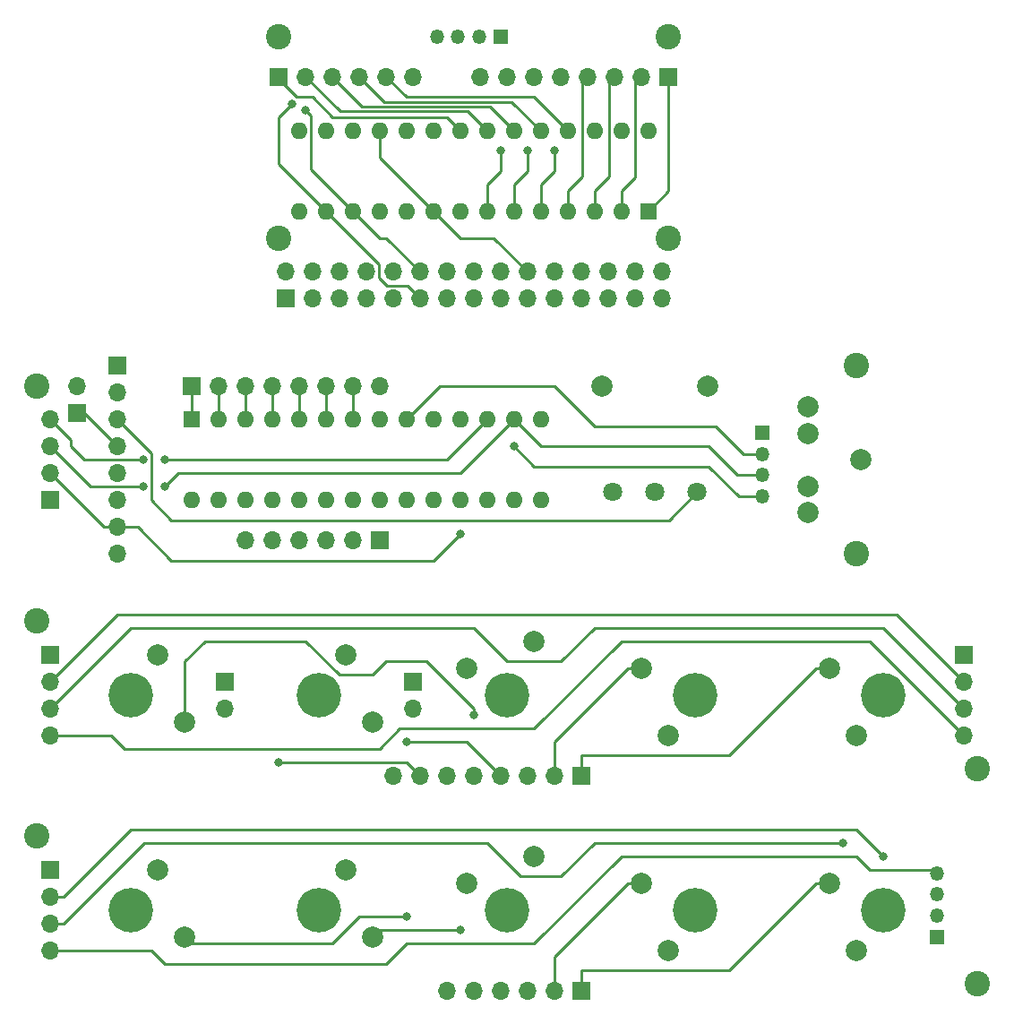
<source format=gtl>
G04 #@! TF.GenerationSoftware,KiCad,Pcbnew,(5.1.8)-1*
G04 #@! TF.CreationDate,2021-10-10T22:10:11+09:00*
G04 #@! TF.ProjectId,windsynth,77696e64-7379-46e7-9468-2e6b69636164,rev?*
G04 #@! TF.SameCoordinates,Original*
G04 #@! TF.FileFunction,Copper,L1,Top*
G04 #@! TF.FilePolarity,Positive*
%FSLAX46Y46*%
G04 Gerber Fmt 4.6, Leading zero omitted, Abs format (unit mm)*
G04 Created by KiCad (PCBNEW (5.1.8)-1) date 2021-10-10 22:10:11*
%MOMM*%
%LPD*%
G01*
G04 APERTURE LIST*
G04 #@! TA.AperFunction,ComponentPad*
%ADD10R,1.700000X1.700000*%
G04 #@! TD*
G04 #@! TA.AperFunction,ComponentPad*
%ADD11O,1.700000X1.700000*%
G04 #@! TD*
G04 #@! TA.AperFunction,ComponentPad*
%ADD12C,2.000000*%
G04 #@! TD*
G04 #@! TA.AperFunction,ComponentPad*
%ADD13C,4.200000*%
G04 #@! TD*
G04 #@! TA.AperFunction,ComponentPad*
%ADD14R,1.600000X1.600000*%
G04 #@! TD*
G04 #@! TA.AperFunction,ComponentPad*
%ADD15O,1.600000X1.600000*%
G04 #@! TD*
G04 #@! TA.AperFunction,ComponentPad*
%ADD16C,1.800000*%
G04 #@! TD*
G04 #@! TA.AperFunction,ComponentPad*
%ADD17O,1.350000X1.350000*%
G04 #@! TD*
G04 #@! TA.AperFunction,ComponentPad*
%ADD18R,1.350000X1.350000*%
G04 #@! TD*
G04 #@! TA.AperFunction,ViaPad*
%ADD19C,2.400000*%
G04 #@! TD*
G04 #@! TA.AperFunction,ViaPad*
%ADD20C,0.800000*%
G04 #@! TD*
G04 #@! TA.AperFunction,Conductor*
%ADD21C,0.250000*%
G04 #@! TD*
G04 APERTURE END LIST*
D10*
G04 #@! TO.P,J10,1*
G04 #@! TO.N,GND2*
X114935000Y-75565000D03*
D11*
G04 #@! TO.P,J10,2*
G04 #@! TO.N,Net-(J10-Pad2)*
X114935000Y-78105000D03*
G04 #@! TO.P,J10,3*
G04 #@! TO.N,Net-(J10-Pad3)*
X114935000Y-80645000D03*
G04 #@! TO.P,J10,4*
G04 #@! TO.N,Net-(J10-Pad4)*
X114935000Y-83185000D03*
G04 #@! TO.P,J10,5*
G04 #@! TO.N,Net-(J10-Pad5)*
X114935000Y-85725000D03*
G04 #@! TO.P,J10,6*
G04 #@! TO.N,Net-(J10-Pad6)*
X114935000Y-88265000D03*
G04 #@! TO.P,J10,7*
G04 #@! TO.N,+3V3*
X114935000Y-90805000D03*
G04 #@! TO.P,J10,8*
G04 #@! TO.N,Net-(J10-Pad8)*
X114935000Y-93345000D03*
G04 #@! TD*
D12*
G04 #@! TO.P,SW1,1*
G04 #@! TO.N,GND*
X184785000Y-130810000D03*
G04 #@! TO.P,SW1,2*
G04 #@! TO.N,Net-(J3-Pad1)*
X182245000Y-124460000D03*
D13*
G04 #@! TO.P,SW1,3*
G04 #@! TO.N,N/C*
X187325000Y-127000000D03*
G04 #@! TD*
D12*
G04 #@! TO.P,SW2,1*
G04 #@! TO.N,GND*
X167005000Y-130810000D03*
G04 #@! TO.P,SW2,2*
G04 #@! TO.N,Net-(J3-Pad2)*
X164465000Y-124460000D03*
D13*
G04 #@! TO.P,SW2,3*
G04 #@! TO.N,N/C*
X169545000Y-127000000D03*
G04 #@! TD*
G04 #@! TO.P,SW3,3*
G04 #@! TO.N,N/C*
X151765000Y-127000000D03*
D12*
G04 #@! TO.P,SW3,2*
G04 #@! TO.N,Net-(J3-Pad3)*
X154305000Y-121920000D03*
G04 #@! TO.P,SW3,1*
G04 #@! TO.N,GND*
X147955000Y-124460000D03*
G04 #@! TD*
G04 #@! TO.P,SW4,1*
G04 #@! TO.N,GND*
X136525000Y-123190000D03*
G04 #@! TO.P,SW4,2*
G04 #@! TO.N,Net-(J3-Pad4)*
X139065000Y-129540000D03*
D13*
G04 #@! TO.P,SW4,3*
G04 #@! TO.N,N/C*
X133985000Y-127000000D03*
G04 #@! TD*
G04 #@! TO.P,SW5,3*
G04 #@! TO.N,N/C*
X116205000Y-127000000D03*
D12*
G04 #@! TO.P,SW5,2*
G04 #@! TO.N,Net-(J3-Pad5)*
X121285000Y-129540000D03*
G04 #@! TO.P,SW5,1*
G04 #@! TO.N,GND*
X118745000Y-123190000D03*
G04 #@! TD*
G04 #@! TO.P,SW6,1*
G04 #@! TO.N,GND1*
X184785000Y-110490000D03*
G04 #@! TO.P,SW6,2*
G04 #@! TO.N,Net-(J6-Pad1)*
X182245000Y-104140000D03*
D13*
G04 #@! TO.P,SW6,3*
G04 #@! TO.N,N/C*
X187325000Y-106680000D03*
G04 #@! TD*
G04 #@! TO.P,SW7,3*
G04 #@! TO.N,N/C*
X169545000Y-106680000D03*
D12*
G04 #@! TO.P,SW7,2*
G04 #@! TO.N,Net-(J6-Pad2)*
X164465000Y-104140000D03*
G04 #@! TO.P,SW7,1*
G04 #@! TO.N,GND1*
X167005000Y-110490000D03*
G04 #@! TD*
G04 #@! TO.P,SW8,1*
G04 #@! TO.N,GND1*
X147955000Y-104140000D03*
G04 #@! TO.P,SW8,2*
G04 #@! TO.N,Net-(J6-Pad3)*
X154305000Y-101600000D03*
D13*
G04 #@! TO.P,SW8,3*
G04 #@! TO.N,N/C*
X151765000Y-106680000D03*
G04 #@! TD*
G04 #@! TO.P,SW9,3*
G04 #@! TO.N,N/C*
X133985000Y-106680000D03*
D12*
G04 #@! TO.P,SW9,2*
G04 #@! TO.N,Net-(J6-Pad4)*
X139065000Y-109220000D03*
G04 #@! TO.P,SW9,1*
G04 #@! TO.N,GND1*
X136525000Y-102870000D03*
G04 #@! TD*
G04 #@! TO.P,SW10,1*
G04 #@! TO.N,GND1*
X118745000Y-102870000D03*
G04 #@! TO.P,SW10,2*
G04 #@! TO.N,Net-(J6-Pad5)*
X121285000Y-109220000D03*
D13*
G04 #@! TO.P,SW10,3*
G04 #@! TO.N,N/C*
X116205000Y-106680000D03*
G04 #@! TD*
D14*
G04 #@! TO.P,U1,1*
G04 #@! TO.N,Net-(J9-Pad1)*
X121920000Y-80645000D03*
D15*
G04 #@! TO.P,U1,15*
G04 #@! TO.N,GND2*
X154940000Y-88265000D03*
G04 #@! TO.P,U1,2*
G04 #@! TO.N,Net-(J9-Pad2)*
X124460000Y-80645000D03*
G04 #@! TO.P,U1,16*
G04 #@! TO.N,GND2*
X152400000Y-88265000D03*
G04 #@! TO.P,U1,3*
G04 #@! TO.N,Net-(J9-Pad3)*
X127000000Y-80645000D03*
G04 #@! TO.P,U1,17*
G04 #@! TO.N,GND2*
X149860000Y-88265000D03*
G04 #@! TO.P,U1,4*
G04 #@! TO.N,Net-(J9-Pad4)*
X129540000Y-80645000D03*
G04 #@! TO.P,U1,18*
G04 #@! TO.N,+3V3*
X147320000Y-88265000D03*
G04 #@! TO.P,U1,5*
G04 #@! TO.N,Net-(J9-Pad5)*
X132080000Y-80645000D03*
G04 #@! TO.P,U1,19*
G04 #@! TO.N,Net-(U1-Pad19)*
X144780000Y-88265000D03*
G04 #@! TO.P,U1,6*
G04 #@! TO.N,Net-(J9-Pad6)*
X134620000Y-80645000D03*
G04 #@! TO.P,U1,20*
G04 #@! TO.N,Net-(U1-Pad20)*
X142240000Y-88265000D03*
G04 #@! TO.P,U1,7*
G04 #@! TO.N,Net-(J9-Pad7)*
X137160000Y-80645000D03*
G04 #@! TO.P,U1,21*
G04 #@! TO.N,Net-(J11-Pad1)*
X139700000Y-88265000D03*
G04 #@! TO.P,U1,8*
G04 #@! TO.N,Net-(U1-Pad8)*
X139700000Y-80645000D03*
G04 #@! TO.P,U1,22*
G04 #@! TO.N,Net-(J11-Pad2)*
X137160000Y-88265000D03*
G04 #@! TO.P,U1,9*
G04 #@! TO.N,+3V3*
X142240000Y-80645000D03*
G04 #@! TO.P,U1,23*
G04 #@! TO.N,Net-(J11-Pad3)*
X134620000Y-88265000D03*
G04 #@! TO.P,U1,10*
G04 #@! TO.N,GND2*
X144780000Y-80645000D03*
G04 #@! TO.P,U1,24*
G04 #@! TO.N,Net-(J11-Pad4)*
X132080000Y-88265000D03*
G04 #@! TO.P,U1,11*
G04 #@! TO.N,Net-(U1-Pad11)*
X147320000Y-80645000D03*
G04 #@! TO.P,U1,25*
G04 #@! TO.N,Net-(J11-Pad5)*
X129540000Y-88265000D03*
G04 #@! TO.P,U1,12*
G04 #@! TO.N,Net-(J7-Pad4)*
X149860000Y-80645000D03*
G04 #@! TO.P,U1,26*
G04 #@! TO.N,Net-(U1-Pad26)*
X127000000Y-88265000D03*
G04 #@! TO.P,U1,13*
G04 #@! TO.N,Net-(J7-Pad3)*
X152400000Y-80645000D03*
G04 #@! TO.P,U1,27*
G04 #@! TO.N,Net-(U1-Pad27)*
X124460000Y-88265000D03*
G04 #@! TO.P,U1,14*
G04 #@! TO.N,Net-(U1-Pad14)*
X154940000Y-80645000D03*
G04 #@! TO.P,U1,28*
G04 #@! TO.N,Net-(U1-Pad28)*
X121920000Y-88265000D03*
G04 #@! TD*
D12*
G04 #@! TO.P,RV1,*
G04 #@! TO.N,*
X160735000Y-77510000D03*
D16*
G04 #@! TO.P,RV1,3*
G04 #@! TO.N,GND2*
X161735000Y-87510000D03*
G04 #@! TO.P,RV1,2*
G04 #@! TO.N,Net-(J12-Pad2)*
X165735000Y-87510000D03*
G04 #@! TO.P,RV1,1*
G04 #@! TO.N,Net-(J10-Pad3)*
X169735000Y-87510000D03*
D12*
G04 #@! TO.P,RV1,*
G04 #@! TO.N,*
X170735000Y-77510000D03*
G04 #@! TD*
D11*
G04 #@! TO.P,SW11,2*
G04 #@! TO.N,Net-(J6-Pad6)*
X142875000Y-107950000D03*
D10*
G04 #@! TO.P,SW11,1*
G04 #@! TO.N,GND1*
X142875000Y-105410000D03*
G04 #@! TD*
G04 #@! TO.P,SW12,1*
G04 #@! TO.N,GND1*
X125095000Y-105410000D03*
D11*
G04 #@! TO.P,SW12,2*
G04 #@! TO.N,Net-(J6-Pad7)*
X125095000Y-107950000D03*
G04 #@! TD*
D17*
G04 #@! TO.P,J1,4*
G04 #@! TO.N,Net-(J1-Pad4)*
X192405000Y-123540000D03*
G04 #@! TO.P,J1,3*
G04 #@! TO.N,Net-(J1-Pad3)*
X192405000Y-125540000D03*
G04 #@! TO.P,J1,2*
G04 #@! TO.N,Net-(J1-Pad2)*
X192405000Y-127540000D03*
D18*
G04 #@! TO.P,J1,1*
G04 #@! TO.N,GND*
X192405000Y-129540000D03*
G04 #@! TD*
G04 #@! TO.P,J8,1*
G04 #@! TO.N,GND2*
X175895000Y-81915000D03*
D17*
G04 #@! TO.P,J8,2*
G04 #@! TO.N,+3V3*
X175895000Y-83915000D03*
G04 #@! TO.P,J8,3*
G04 #@! TO.N,Net-(J7-Pad3)*
X175895000Y-85915000D03*
G04 #@! TO.P,J8,4*
G04 #@! TO.N,Net-(J7-Pad4)*
X175895000Y-87915000D03*
G04 #@! TD*
D10*
G04 #@! TO.P,J2,1*
G04 #@! TO.N,GND*
X108585000Y-123190000D03*
D11*
G04 #@! TO.P,J2,2*
G04 #@! TO.N,Net-(J1-Pad2)*
X108585000Y-125730000D03*
G04 #@! TO.P,J2,3*
G04 #@! TO.N,Net-(J1-Pad3)*
X108585000Y-128270000D03*
G04 #@! TO.P,J2,4*
G04 #@! TO.N,Net-(J1-Pad4)*
X108585000Y-130810000D03*
G04 #@! TD*
G04 #@! TO.P,J3,6*
G04 #@! TO.N,GND*
X146050000Y-134620000D03*
G04 #@! TO.P,J3,5*
G04 #@! TO.N,Net-(J3-Pad5)*
X148590000Y-134620000D03*
G04 #@! TO.P,J3,4*
G04 #@! TO.N,Net-(J3-Pad4)*
X151130000Y-134620000D03*
G04 #@! TO.P,J3,3*
G04 #@! TO.N,Net-(J3-Pad3)*
X153670000Y-134620000D03*
G04 #@! TO.P,J3,2*
G04 #@! TO.N,Net-(J3-Pad2)*
X156210000Y-134620000D03*
D10*
G04 #@! TO.P,J3,1*
G04 #@! TO.N,Net-(J3-Pad1)*
X158750000Y-134620000D03*
G04 #@! TD*
D11*
G04 #@! TO.P,J4,4*
G04 #@! TO.N,Net-(J4-Pad4)*
X194945000Y-110490000D03*
G04 #@! TO.P,J4,3*
G04 #@! TO.N,Net-(J4-Pad3)*
X194945000Y-107950000D03*
G04 #@! TO.P,J4,2*
G04 #@! TO.N,Net-(J4-Pad2)*
X194945000Y-105410000D03*
D10*
G04 #@! TO.P,J4,1*
G04 #@! TO.N,GND1*
X194945000Y-102870000D03*
G04 #@! TD*
G04 #@! TO.P,J5,1*
G04 #@! TO.N,GND1*
X108585000Y-102870000D03*
D11*
G04 #@! TO.P,J5,2*
G04 #@! TO.N,Net-(J4-Pad2)*
X108585000Y-105410000D03*
G04 #@! TO.P,J5,3*
G04 #@! TO.N,Net-(J4-Pad3)*
X108585000Y-107950000D03*
G04 #@! TO.P,J5,4*
G04 #@! TO.N,Net-(J4-Pad4)*
X108585000Y-110490000D03*
G04 #@! TD*
D10*
G04 #@! TO.P,J6,1*
G04 #@! TO.N,Net-(J6-Pad1)*
X158750000Y-114300000D03*
D11*
G04 #@! TO.P,J6,2*
G04 #@! TO.N,Net-(J6-Pad2)*
X156210000Y-114300000D03*
G04 #@! TO.P,J6,3*
G04 #@! TO.N,Net-(J6-Pad3)*
X153670000Y-114300000D03*
G04 #@! TO.P,J6,4*
G04 #@! TO.N,Net-(J6-Pad4)*
X151130000Y-114300000D03*
G04 #@! TO.P,J6,5*
G04 #@! TO.N,Net-(J6-Pad5)*
X148590000Y-114300000D03*
G04 #@! TO.P,J6,6*
G04 #@! TO.N,Net-(J6-Pad6)*
X146050000Y-114300000D03*
G04 #@! TO.P,J6,7*
G04 #@! TO.N,Net-(J6-Pad7)*
X143510000Y-114300000D03*
G04 #@! TO.P,J6,8*
G04 #@! TO.N,GND1*
X140970000Y-114300000D03*
G04 #@! TD*
G04 #@! TO.P,J7,4*
G04 #@! TO.N,Net-(J7-Pad4)*
X108585000Y-80645000D03*
G04 #@! TO.P,J7,3*
G04 #@! TO.N,Net-(J7-Pad3)*
X108585000Y-83185000D03*
G04 #@! TO.P,J7,2*
G04 #@! TO.N,+3V3*
X108585000Y-85725000D03*
D10*
G04 #@! TO.P,J7,1*
G04 #@! TO.N,GND2*
X108585000Y-88265000D03*
G04 #@! TD*
D11*
G04 #@! TO.P,J9,8*
G04 #@! TO.N,GND2*
X139700000Y-77470000D03*
G04 #@! TO.P,J9,7*
G04 #@! TO.N,Net-(J9-Pad7)*
X137160000Y-77470000D03*
G04 #@! TO.P,J9,6*
G04 #@! TO.N,Net-(J9-Pad6)*
X134620000Y-77470000D03*
G04 #@! TO.P,J9,5*
G04 #@! TO.N,Net-(J9-Pad5)*
X132080000Y-77470000D03*
G04 #@! TO.P,J9,4*
G04 #@! TO.N,Net-(J9-Pad4)*
X129540000Y-77470000D03*
G04 #@! TO.P,J9,3*
G04 #@! TO.N,Net-(J9-Pad3)*
X127000000Y-77470000D03*
G04 #@! TO.P,J9,2*
G04 #@! TO.N,Net-(J9-Pad2)*
X124460000Y-77470000D03*
D10*
G04 #@! TO.P,J9,1*
G04 #@! TO.N,Net-(J9-Pad1)*
X121920000Y-77470000D03*
G04 #@! TD*
G04 #@! TO.P,J11,1*
G04 #@! TO.N,Net-(J11-Pad1)*
X139700000Y-92075000D03*
D11*
G04 #@! TO.P,J11,2*
G04 #@! TO.N,Net-(J11-Pad2)*
X137160000Y-92075000D03*
G04 #@! TO.P,J11,3*
G04 #@! TO.N,Net-(J11-Pad3)*
X134620000Y-92075000D03*
G04 #@! TO.P,J11,4*
G04 #@! TO.N,Net-(J11-Pad4)*
X132080000Y-92075000D03*
G04 #@! TO.P,J11,5*
G04 #@! TO.N,Net-(J11-Pad5)*
X129540000Y-92075000D03*
G04 #@! TO.P,J11,6*
G04 #@! TO.N,GND2*
X127000000Y-92075000D03*
G04 #@! TD*
D12*
G04 #@! TO.P,J12,1*
G04 #@! TO.N,GND2*
X185165000Y-84455000D03*
G04 #@! TO.P,J12,2*
G04 #@! TO.N,Net-(J12-Pad2)*
X180165000Y-89455000D03*
G04 #@! TO.P,J12,3*
G04 #@! TO.N,Net-(J12-Pad3)*
X180165000Y-86955000D03*
G04 #@! TO.P,J12,4*
X180165000Y-81955000D03*
G04 #@! TO.P,J12,5*
G04 #@! TO.N,Net-(J12-Pad2)*
X180165000Y-79455000D03*
G04 #@! TD*
D10*
G04 #@! TO.P,J13,1*
G04 #@! TO.N,Net-(J10-Pad4)*
X111125000Y-80010000D03*
D11*
G04 #@! TO.P,J13,2*
G04 #@! TO.N,GND2*
X111125000Y-77470000D03*
G04 #@! TD*
D10*
G04 #@! TO.P,J14,1*
G04 #@! TO.N,Net-(J14-Pad1)*
X130810000Y-69215000D03*
D11*
G04 #@! TO.P,J14,2*
G04 #@! TO.N,Net-(J14-Pad2)*
X130810000Y-66675000D03*
G04 #@! TO.P,J14,3*
G04 #@! TO.N,Net-(J14-Pad3)*
X133350000Y-69215000D03*
G04 #@! TO.P,J14,4*
G04 #@! TO.N,Net-(J14-Pad4)*
X133350000Y-66675000D03*
G04 #@! TO.P,J14,5*
G04 #@! TO.N,Net-(J14-Pad5)*
X135890000Y-69215000D03*
G04 #@! TO.P,J14,6*
G04 #@! TO.N,Net-(J14-Pad6)*
X135890000Y-66675000D03*
G04 #@! TO.P,J14,7*
G04 #@! TO.N,Net-(J14-Pad7)*
X138430000Y-69215000D03*
G04 #@! TO.P,J14,8*
G04 #@! TO.N,Net-(J14-Pad8)*
X138430000Y-66675000D03*
G04 #@! TO.P,J14,9*
G04 #@! TO.N,Net-(J14-Pad9)*
X140970000Y-69215000D03*
G04 #@! TO.P,J14,10*
G04 #@! TO.N,Net-(J14-Pad10)*
X140970000Y-66675000D03*
G04 #@! TO.P,J14,11*
G04 #@! TO.N,Net-(J14-Pad11)*
X143510000Y-69215000D03*
G04 #@! TO.P,J14,12*
G04 #@! TO.N,Net-(J14-Pad12)*
X143510000Y-66675000D03*
G04 #@! TO.P,J14,13*
G04 #@! TO.N,Net-(J14-Pad13)*
X146050000Y-69215000D03*
G04 #@! TO.P,J14,14*
G04 #@! TO.N,Net-(J14-Pad14)*
X146050000Y-66675000D03*
G04 #@! TO.P,J14,15*
G04 #@! TO.N,Net-(J14-Pad15)*
X148590000Y-69215000D03*
G04 #@! TO.P,J14,16*
G04 #@! TO.N,Net-(J14-Pad16)*
X148590000Y-66675000D03*
G04 #@! TO.P,J14,17*
G04 #@! TO.N,Net-(J14-Pad17)*
X151130000Y-69215000D03*
G04 #@! TO.P,J14,18*
G04 #@! TO.N,Net-(J14-Pad18)*
X151130000Y-66675000D03*
G04 #@! TO.P,J14,19*
G04 #@! TO.N,Net-(J14-Pad19)*
X153670000Y-69215000D03*
G04 #@! TO.P,J14,20*
G04 #@! TO.N,Net-(J14-Pad20)*
X153670000Y-66675000D03*
G04 #@! TO.P,J14,21*
G04 #@! TO.N,Net-(J14-Pad21)*
X156210000Y-69215000D03*
G04 #@! TO.P,J14,22*
G04 #@! TO.N,Net-(J14-Pad22)*
X156210000Y-66675000D03*
G04 #@! TO.P,J14,23*
G04 #@! TO.N,Net-(J14-Pad23)*
X158750000Y-69215000D03*
G04 #@! TO.P,J14,24*
G04 #@! TO.N,Net-(J14-Pad24)*
X158750000Y-66675000D03*
G04 #@! TO.P,J14,25*
G04 #@! TO.N,GND3*
X161290000Y-69215000D03*
G04 #@! TO.P,J14,26*
G04 #@! TO.N,Net-(J14-Pad26)*
X161290000Y-66675000D03*
G04 #@! TO.P,J14,27*
G04 #@! TO.N,GND3*
X163830000Y-69215000D03*
G04 #@! TO.P,J14,28*
G04 #@! TO.N,Net-(J14-Pad28)*
X163830000Y-66675000D03*
G04 #@! TO.P,J14,29*
G04 #@! TO.N,GND3*
X166370000Y-69215000D03*
G04 #@! TO.P,J14,30*
G04 #@! TO.N,Net-(J14-Pad30)*
X166370000Y-66675000D03*
G04 #@! TD*
D18*
G04 #@! TO.P,J15,1*
G04 #@! TO.N,GND3*
X151130000Y-44450000D03*
D17*
G04 #@! TO.P,J15,2*
G04 #@! TO.N,Net-(J14-Pad20)*
X149130000Y-44450000D03*
G04 #@! TO.P,J15,3*
G04 #@! TO.N,Net-(J14-Pad11)*
X147130000Y-44450000D03*
G04 #@! TO.P,J15,4*
G04 #@! TO.N,Net-(J14-Pad12)*
X145130000Y-44450000D03*
G04 #@! TD*
D10*
G04 #@! TO.P,J16,1*
G04 #@! TO.N,Net-(J16-Pad1)*
X130175000Y-48260000D03*
D11*
G04 #@! TO.P,J16,2*
G04 #@! TO.N,Net-(J16-Pad2)*
X132715000Y-48260000D03*
G04 #@! TO.P,J16,3*
G04 #@! TO.N,Net-(J16-Pad3)*
X135255000Y-48260000D03*
G04 #@! TO.P,J16,4*
G04 #@! TO.N,Net-(J16-Pad4)*
X137795000Y-48260000D03*
G04 #@! TO.P,J16,5*
G04 #@! TO.N,Net-(J16-Pad5)*
X140335000Y-48260000D03*
G04 #@! TO.P,J16,6*
G04 #@! TO.N,GND3*
X142875000Y-48260000D03*
G04 #@! TD*
D10*
G04 #@! TO.P,J17,1*
G04 #@! TO.N,Net-(J17-Pad1)*
X167005000Y-48260000D03*
D11*
G04 #@! TO.P,J17,2*
G04 #@! TO.N,Net-(J17-Pad2)*
X164465000Y-48260000D03*
G04 #@! TO.P,J17,3*
G04 #@! TO.N,Net-(J17-Pad3)*
X161925000Y-48260000D03*
G04 #@! TO.P,J17,4*
G04 #@! TO.N,Net-(J17-Pad4)*
X159385000Y-48260000D03*
G04 #@! TO.P,J17,5*
G04 #@! TO.N,Net-(J17-Pad5)*
X156845000Y-48260000D03*
G04 #@! TO.P,J17,6*
G04 #@! TO.N,Net-(J17-Pad6)*
X154305000Y-48260000D03*
G04 #@! TO.P,J17,7*
G04 #@! TO.N,Net-(J17-Pad7)*
X151765000Y-48260000D03*
G04 #@! TO.P,J17,8*
G04 #@! TO.N,GND3*
X149225000Y-48260000D03*
G04 #@! TD*
D14*
G04 #@! TO.P,U2,1*
G04 #@! TO.N,Net-(J17-Pad1)*
X165100000Y-60960000D03*
D15*
G04 #@! TO.P,U2,15*
G04 #@! TO.N,GND3*
X132080000Y-53340000D03*
G04 #@! TO.P,U2,2*
G04 #@! TO.N,Net-(J17-Pad2)*
X162560000Y-60960000D03*
G04 #@! TO.P,U2,16*
G04 #@! TO.N,GND3*
X134620000Y-53340000D03*
G04 #@! TO.P,U2,3*
G04 #@! TO.N,Net-(J17-Pad3)*
X160020000Y-60960000D03*
G04 #@! TO.P,U2,17*
G04 #@! TO.N,GND3*
X137160000Y-53340000D03*
G04 #@! TO.P,U2,4*
G04 #@! TO.N,Net-(J17-Pad4)*
X157480000Y-60960000D03*
G04 #@! TO.P,U2,18*
G04 #@! TO.N,Net-(J14-Pad20)*
X139700000Y-53340000D03*
G04 #@! TO.P,U2,5*
G04 #@! TO.N,Net-(J17-Pad5)*
X154940000Y-60960000D03*
G04 #@! TO.P,U2,19*
G04 #@! TO.N,Net-(U2-Pad19)*
X142240000Y-53340000D03*
G04 #@! TO.P,U2,6*
G04 #@! TO.N,Net-(J17-Pad6)*
X152400000Y-60960000D03*
G04 #@! TO.P,U2,20*
G04 #@! TO.N,Net-(U2-Pad20)*
X144780000Y-53340000D03*
G04 #@! TO.P,U2,7*
G04 #@! TO.N,Net-(J17-Pad7)*
X149860000Y-60960000D03*
G04 #@! TO.P,U2,21*
G04 #@! TO.N,Net-(J16-Pad1)*
X147320000Y-53340000D03*
G04 #@! TO.P,U2,8*
G04 #@! TO.N,Net-(U2-Pad8)*
X147320000Y-60960000D03*
G04 #@! TO.P,U2,22*
G04 #@! TO.N,Net-(J16-Pad2)*
X149860000Y-53340000D03*
G04 #@! TO.P,U2,9*
G04 #@! TO.N,Net-(J14-Pad20)*
X144780000Y-60960000D03*
G04 #@! TO.P,U2,23*
G04 #@! TO.N,Net-(J16-Pad3)*
X152400000Y-53340000D03*
G04 #@! TO.P,U2,10*
G04 #@! TO.N,GND3*
X142240000Y-60960000D03*
G04 #@! TO.P,U2,24*
G04 #@! TO.N,Net-(J16-Pad4)*
X154940000Y-53340000D03*
G04 #@! TO.P,U2,11*
G04 #@! TO.N,Net-(U2-Pad11)*
X139700000Y-60960000D03*
G04 #@! TO.P,U2,25*
G04 #@! TO.N,Net-(J16-Pad5)*
X157480000Y-53340000D03*
G04 #@! TO.P,U2,12*
G04 #@! TO.N,Net-(J14-Pad12)*
X137160000Y-60960000D03*
G04 #@! TO.P,U2,26*
G04 #@! TO.N,Net-(U2-Pad26)*
X160020000Y-53340000D03*
G04 #@! TO.P,U2,13*
G04 #@! TO.N,Net-(J14-Pad11)*
X134620000Y-60960000D03*
G04 #@! TO.P,U2,27*
G04 #@! TO.N,Net-(U2-Pad27)*
X162560000Y-53340000D03*
G04 #@! TO.P,U2,14*
G04 #@! TO.N,Net-(U2-Pad14)*
X132080000Y-60960000D03*
G04 #@! TO.P,U2,28*
G04 #@! TO.N,Net-(U2-Pad28)*
X165100000Y-53340000D03*
G04 #@! TD*
D19*
G04 #@! TO.N,*
X107315000Y-120015000D03*
X196215000Y-133985000D03*
X107315000Y-99695000D03*
X196215000Y-113665000D03*
G04 #@! TO.N,GND2*
X107315000Y-77470000D03*
D20*
G04 #@! TO.N,Net-(J1-Pad3)*
X183515000Y-120650000D03*
G04 #@! TO.N,Net-(J1-Pad2)*
X187325000Y-121920000D03*
G04 #@! TO.N,Net-(J3-Pad4)*
X147320000Y-128905000D03*
G04 #@! TO.N,Net-(J3-Pad5)*
X142240000Y-127635000D03*
G04 #@! TO.N,Net-(J6-Pad4)*
X142240000Y-111125000D03*
G04 #@! TO.N,Net-(J6-Pad5)*
X148590000Y-108585000D03*
D19*
G04 #@! TO.N,GND2*
X184785000Y-93345000D03*
X184785000Y-75565000D03*
G04 #@! TO.N,GND3*
X167005000Y-44450000D03*
D20*
G04 #@! TO.N,Net-(J7-Pad3)*
X117385000Y-86995000D03*
X119380000Y-86995000D03*
G04 #@! TO.N,Net-(J7-Pad4)*
X117385000Y-84455000D03*
X119380000Y-84455000D03*
X152400000Y-83185000D03*
G04 #@! TO.N,Net-(J6-Pad7)*
X130175000Y-113030000D03*
G04 #@! TO.N,+3V3*
X147320000Y-91440000D03*
D19*
G04 #@! TO.N,GND3*
X130175000Y-44450000D03*
X167005000Y-63500000D03*
X130175000Y-63500000D03*
D20*
G04 #@! TO.N,Net-(J14-Pad11)*
X131445000Y-50800000D03*
G04 #@! TO.N,Net-(J14-Pad12)*
X132715000Y-51435000D03*
G04 #@! TO.N,Net-(J17-Pad5)*
X156210000Y-55245000D03*
G04 #@! TO.N,Net-(J17-Pad6)*
X153670000Y-55245000D03*
G04 #@! TO.N,Net-(J17-Pad7)*
X151130000Y-55245000D03*
G04 #@! TD*
D21*
G04 #@! TO.N,Net-(J1-Pad4)*
X184785000Y-121920000D02*
X186055000Y-123190000D01*
X108585000Y-130810000D02*
X118110000Y-130810000D01*
X118110000Y-130810000D02*
X119380000Y-132080000D01*
X140335000Y-132080000D02*
X142240000Y-130175000D01*
X119380000Y-132080000D02*
X140335000Y-132080000D01*
X142240000Y-130175000D02*
X154305000Y-130175000D01*
X154305000Y-130175000D02*
X162560000Y-121920000D01*
X162560000Y-121920000D02*
X184785000Y-121920000D01*
X192055000Y-123190000D02*
X192405000Y-123540000D01*
X186055000Y-123190000D02*
X192055000Y-123190000D01*
G04 #@! TO.N,Net-(J1-Pad3)*
X108585000Y-128270000D02*
X109855000Y-128270000D01*
X109855000Y-128270000D02*
X117475000Y-120650000D01*
X149860000Y-120650000D02*
X153035000Y-123825000D01*
X182245000Y-120650000D02*
X183515000Y-120650000D01*
X117475000Y-120650000D02*
X149860000Y-120650000D01*
X153035000Y-123825000D02*
X156845000Y-123825000D01*
X156845000Y-123825000D02*
X160020000Y-120650000D01*
X160020000Y-120650000D02*
X182245000Y-120650000D01*
G04 #@! TO.N,Net-(J1-Pad2)*
X184785000Y-119380000D02*
X187325000Y-121920000D01*
X116205000Y-119380000D02*
X184785000Y-119380000D01*
X109855000Y-125730000D02*
X116205000Y-119380000D01*
X108585000Y-125730000D02*
X109855000Y-125730000D01*
G04 #@! TO.N,Net-(J3-Pad1)*
X158750000Y-132715000D02*
X158750000Y-134620000D01*
X182245000Y-124460000D02*
X180975000Y-124460000D01*
X180975000Y-124460000D02*
X172720000Y-132715000D01*
X172720000Y-132715000D02*
X158750000Y-132715000D01*
G04 #@! TO.N,Net-(J3-Pad2)*
X156210000Y-132715000D02*
X156210000Y-131445000D01*
X156210000Y-132715000D02*
X156210000Y-134620000D01*
X163195000Y-124460000D02*
X164465000Y-124460000D01*
X156210000Y-131445000D02*
X163195000Y-124460000D01*
G04 #@! TO.N,Net-(J3-Pad4)*
X146050000Y-128905000D02*
X147320000Y-128905000D01*
X139700000Y-128905000D02*
X146050000Y-128905000D01*
X139065000Y-129540000D02*
X139700000Y-128905000D01*
G04 #@! TO.N,Net-(J3-Pad5)*
X142240000Y-127635000D02*
X137795000Y-127635000D01*
X137795000Y-127635000D02*
X135255000Y-130175000D01*
X135255000Y-130175000D02*
X121920000Y-130175000D01*
X121920000Y-130175000D02*
X121285000Y-129540000D01*
G04 #@! TO.N,Net-(J4-Pad4)*
X108585000Y-110490000D02*
X114300000Y-110490000D01*
X114300000Y-110490000D02*
X115570000Y-111760000D01*
X115570000Y-111760000D02*
X139700000Y-111760000D01*
X139700000Y-111760000D02*
X141605000Y-109855000D01*
X141605000Y-109855000D02*
X154305000Y-109855000D01*
X154305000Y-109855000D02*
X162560000Y-101600000D01*
X186055000Y-101600000D02*
X194945000Y-110490000D01*
X162560000Y-101600000D02*
X186055000Y-101600000D01*
G04 #@! TO.N,Net-(J4-Pad3)*
X116205000Y-100330000D02*
X108585000Y-107950000D01*
X151765000Y-103505000D02*
X148590000Y-100330000D01*
X148590000Y-100330000D02*
X116205000Y-100330000D01*
X156845000Y-103505000D02*
X151765000Y-103505000D01*
X160020000Y-100330000D02*
X156845000Y-103505000D01*
X187325000Y-100330000D02*
X160020000Y-100330000D01*
X194945000Y-107950000D02*
X187325000Y-100330000D01*
G04 #@! TO.N,Net-(J4-Pad2)*
X188595000Y-99060000D02*
X194945000Y-105410000D01*
X114935000Y-99060000D02*
X188595000Y-99060000D01*
X108585000Y-105410000D02*
X114935000Y-99060000D01*
G04 #@! TO.N,Net-(J6-Pad1)*
X158750000Y-112395000D02*
X158750000Y-114300000D01*
X182245000Y-104140000D02*
X180975000Y-104140000D01*
X172720000Y-112395000D02*
X158750000Y-112395000D01*
X180975000Y-104140000D02*
X172720000Y-112395000D01*
G04 #@! TO.N,Net-(J6-Pad2)*
X156210000Y-112395000D02*
X156210000Y-111125000D01*
X156210000Y-112395000D02*
X156210000Y-114300000D01*
X163195000Y-104140000D02*
X164465000Y-104140000D01*
X156210000Y-111125000D02*
X163195000Y-104140000D01*
G04 #@! TO.N,Net-(J6-Pad4)*
X151130000Y-114300000D02*
X147955000Y-111125000D01*
X147955000Y-111125000D02*
X142240000Y-111125000D01*
G04 #@! TO.N,Net-(J6-Pad5)*
X121285000Y-103505000D02*
X121285000Y-109220000D01*
X132715000Y-101600000D02*
X123190000Y-101600000D01*
X135890000Y-104775000D02*
X132715000Y-101600000D01*
X123190000Y-101600000D02*
X121285000Y-103505000D01*
X139065000Y-104775000D02*
X135890000Y-104775000D01*
X140335000Y-103505000D02*
X139065000Y-104775000D01*
X144145000Y-103505000D02*
X140335000Y-103505000D01*
X148590000Y-107950000D02*
X144145000Y-103505000D01*
X148590000Y-108585000D02*
X148590000Y-107950000D01*
G04 #@! TO.N,Net-(J7-Pad3)*
X119380000Y-86995000D02*
X120650000Y-85725000D01*
X120650000Y-85725000D02*
X147320000Y-85725000D01*
X147320000Y-85725000D02*
X152400000Y-80645000D01*
X175895000Y-85915000D02*
X173545000Y-85915000D01*
X173545000Y-85915000D02*
X170815000Y-83185000D01*
X154940000Y-83185000D02*
X152400000Y-80645000D01*
X170815000Y-83185000D02*
X154940000Y-83185000D01*
X112395000Y-86995000D02*
X108585000Y-83185000D01*
X117385000Y-86995000D02*
X112395000Y-86995000D01*
G04 #@! TO.N,Net-(J7-Pad4)*
X111760000Y-84455000D02*
X117475000Y-84455000D01*
X117475000Y-84455000D02*
X117385000Y-84455000D01*
X119380000Y-84455000D02*
X146050000Y-84455000D01*
X146050000Y-84455000D02*
X149860000Y-80645000D01*
X175895000Y-87915000D02*
X173640000Y-87915000D01*
X173640000Y-87915000D02*
X170815000Y-85090000D01*
X170815000Y-85090000D02*
X154305000Y-85090000D01*
X154305000Y-85090000D02*
X152400000Y-83185000D01*
X108585000Y-80645000D02*
X110490000Y-82550000D01*
X110490000Y-83185000D02*
X111760000Y-84455000D01*
X110490000Y-82550000D02*
X110490000Y-83185000D01*
G04 #@! TO.N,Net-(J9-Pad1)*
X121920000Y-77470000D02*
X121920000Y-80645000D01*
G04 #@! TO.N,Net-(J9-Pad2)*
X124460000Y-77470000D02*
X124460000Y-80645000D01*
G04 #@! TO.N,Net-(J9-Pad3)*
X127000000Y-77470000D02*
X127000000Y-80645000D01*
G04 #@! TO.N,Net-(J9-Pad4)*
X129540000Y-77470000D02*
X129540000Y-80645000D01*
G04 #@! TO.N,Net-(J9-Pad5)*
X132080000Y-77470000D02*
X132080000Y-80645000D01*
G04 #@! TO.N,Net-(J9-Pad6)*
X134620000Y-77470000D02*
X134620000Y-80645000D01*
G04 #@! TO.N,Net-(J9-Pad7)*
X137160000Y-80645000D02*
X137160000Y-77470000D01*
G04 #@! TO.N,Net-(J6-Pad7)*
X143510000Y-114300000D02*
X142240000Y-113030000D01*
X142240000Y-113030000D02*
X130175000Y-113030000D01*
G04 #@! TO.N,+3V3*
X114935000Y-90805000D02*
X116840000Y-90805000D01*
X116840000Y-90805000D02*
X120015000Y-93980000D01*
X120015000Y-93980000D02*
X141605000Y-93980000D01*
X141605000Y-93980000D02*
X144780000Y-93980000D01*
X144780000Y-93980000D02*
X147320000Y-91440000D01*
X175895000Y-83915000D02*
X174085000Y-83915000D01*
X174085000Y-83915000D02*
X171450000Y-81280000D01*
X171450000Y-81280000D02*
X160020000Y-81280000D01*
X160020000Y-81280000D02*
X156210000Y-77470000D01*
X145415000Y-77470000D02*
X142240000Y-80645000D01*
X156210000Y-77470000D02*
X145415000Y-77470000D01*
X113665000Y-90805000D02*
X108585000Y-85725000D01*
X114935000Y-90805000D02*
X113665000Y-90805000D01*
G04 #@! TO.N,Net-(J10-Pad3)*
X114935000Y-80645000D02*
X118110000Y-83820000D01*
X118110000Y-83820000D02*
X118110000Y-88265000D01*
X118110000Y-88265000D02*
X120015000Y-90170000D01*
X167075000Y-90170000D02*
X169735000Y-87510000D01*
X120015000Y-90170000D02*
X167075000Y-90170000D01*
G04 #@! TO.N,Net-(J10-Pad4)*
X111760000Y-80010000D02*
X114935000Y-83185000D01*
X111125000Y-80010000D02*
X111760000Y-80010000D01*
G04 #@! TO.N,Net-(J14-Pad20)*
X139700000Y-55880000D02*
X144780000Y-60960000D01*
X139700000Y-53340000D02*
X139700000Y-55880000D01*
G04 #@! TO.N,Net-(J14-Pad11)*
X131445000Y-50800000D02*
X130175000Y-52070000D01*
X130175000Y-52070000D02*
X130175000Y-56515000D01*
X130175000Y-56515000D02*
X134620000Y-60960000D01*
X142334999Y-68039999D02*
X143510000Y-69215000D01*
X140429999Y-68039999D02*
X142334999Y-68039999D01*
X139605001Y-67215001D02*
X140429999Y-68039999D01*
X139605001Y-65945001D02*
X139605001Y-67215001D01*
X134620000Y-60960000D02*
X139605001Y-65945001D01*
G04 #@! TO.N,Net-(J14-Pad12)*
X139700000Y-63500000D02*
X137160000Y-60960000D01*
X133205001Y-57005001D02*
X133205001Y-51925001D01*
X137160000Y-60960000D02*
X133205001Y-57005001D01*
X133205001Y-51925001D02*
X132715000Y-51435000D01*
X140335000Y-63500000D02*
X143510000Y-66675000D01*
X139700000Y-63500000D02*
X140335000Y-63500000D01*
G04 #@! TO.N,Net-(J14-Pad20)*
X144780000Y-60960000D02*
X147320000Y-63500000D01*
X150495000Y-63500000D02*
X153670000Y-66675000D01*
X147320000Y-63500000D02*
X150495000Y-63500000D01*
G04 #@! TO.N,Net-(J16-Pad1)*
X130175000Y-48456998D02*
X130175000Y-48260000D01*
X131883002Y-50165000D02*
X130175000Y-48456998D01*
X133350000Y-50165000D02*
X131883002Y-50165000D01*
X135255000Y-52070000D02*
X133350000Y-50165000D01*
X146050000Y-52070000D02*
X135255000Y-52070000D01*
X147320000Y-53340000D02*
X146050000Y-52070000D01*
G04 #@! TO.N,Net-(J16-Pad2)*
X149860000Y-53340000D02*
X148035030Y-51515030D01*
X135970030Y-51515030D02*
X132715000Y-48260000D01*
X148035030Y-51515030D02*
X135970030Y-51515030D01*
G04 #@! TO.N,Net-(J16-Pad3)*
X138060020Y-51065020D02*
X135255000Y-48260000D01*
X150125020Y-51065020D02*
X138060020Y-51065020D01*
X152400000Y-53340000D02*
X150125020Y-51065020D01*
G04 #@! TO.N,Net-(J16-Pad4)*
X140150010Y-50615010D02*
X137795000Y-48260000D01*
X152215010Y-50615010D02*
X140150010Y-50615010D01*
X154940000Y-53340000D02*
X152215010Y-50615010D01*
G04 #@! TO.N,Net-(J16-Pad5)*
X157480000Y-53340000D02*
X154305000Y-50165000D01*
X142240000Y-50165000D02*
X140335000Y-48260000D01*
X154305000Y-50165000D02*
X142240000Y-50165000D01*
G04 #@! TO.N,Net-(J17-Pad1)*
X167005000Y-59055000D02*
X167005000Y-48260000D01*
X165100000Y-60960000D02*
X167005000Y-59055000D01*
G04 #@! TO.N,Net-(J17-Pad2)*
X162560000Y-60960000D02*
X162560000Y-59055000D01*
X162560000Y-59055000D02*
X163830000Y-57785000D01*
X163830000Y-48895000D02*
X164465000Y-48260000D01*
X163830000Y-57785000D02*
X163830000Y-48895000D01*
G04 #@! TO.N,Net-(J17-Pad3)*
X160020000Y-60960000D02*
X160020000Y-59055000D01*
X161434999Y-48750001D02*
X161925000Y-48260000D01*
X161434999Y-57640001D02*
X161434999Y-48750001D01*
X160020000Y-59055000D02*
X161434999Y-57640001D01*
G04 #@! TO.N,Net-(J17-Pad4)*
X157480000Y-60960000D02*
X157480000Y-59055000D01*
X158894999Y-48750001D02*
X159385000Y-48260000D01*
X158894999Y-57640001D02*
X158894999Y-48750001D01*
X157480000Y-59055000D02*
X158894999Y-57640001D01*
G04 #@! TO.N,Net-(J17-Pad5)*
X154940000Y-60960000D02*
X154940000Y-58420000D01*
X154940000Y-58420000D02*
X156210000Y-57150000D01*
X156210000Y-57150000D02*
X156210000Y-55245000D01*
G04 #@! TO.N,Net-(J17-Pad6)*
X153670000Y-55245000D02*
X153670000Y-57150000D01*
X152400000Y-58420000D02*
X152400000Y-60960000D01*
X153670000Y-57150000D02*
X152400000Y-58420000D01*
G04 #@! TO.N,Net-(J17-Pad7)*
X149860000Y-60960000D02*
X149860000Y-58420000D01*
X149860000Y-58420000D02*
X151130000Y-57150000D01*
X151130000Y-57150000D02*
X151130000Y-55245000D01*
G04 #@! TD*
M02*

</source>
